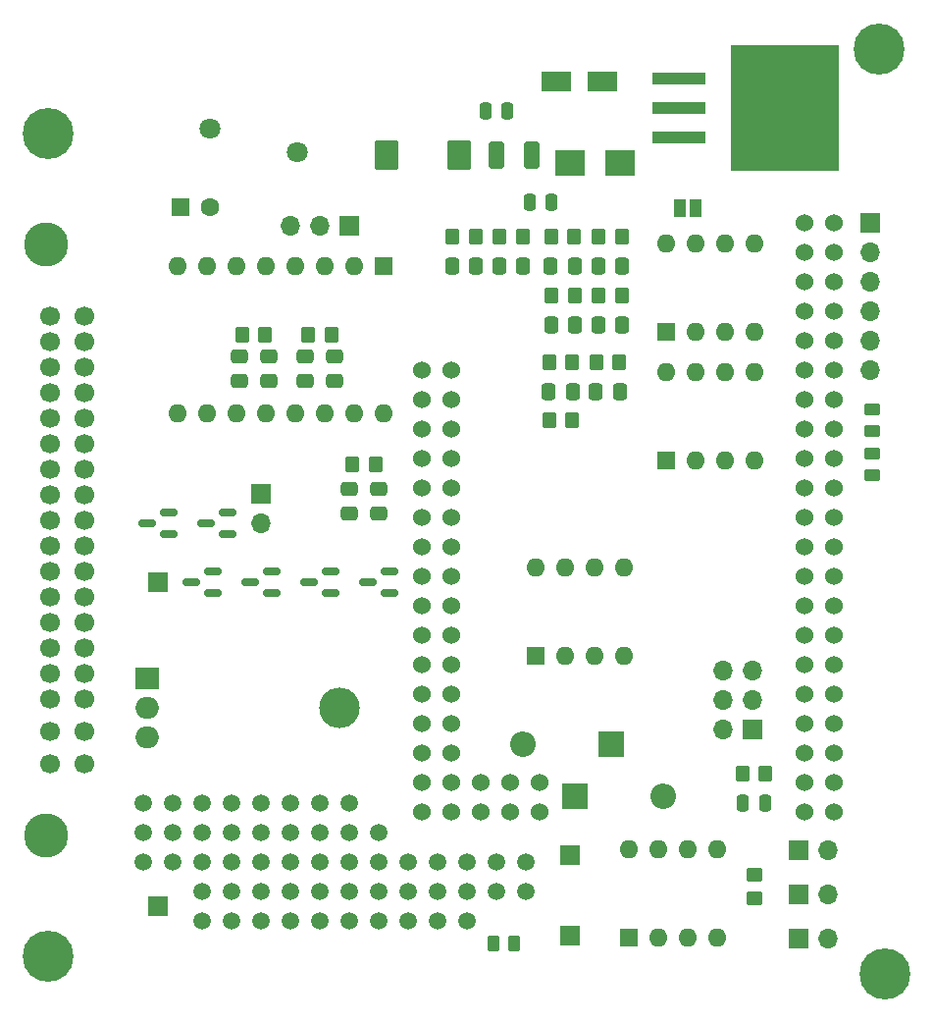
<source format=gts>
G04 #@! TF.GenerationSoftware,KiCad,Pcbnew,(6.0.1)*
G04 #@! TF.CreationDate,2022-02-06T00:08:44-05:00*
G04 #@! TF.ProjectId,klxecu,6b6c7865-6375-42e6-9b69-6361645f7063,rev?*
G04 #@! TF.SameCoordinates,Original*
G04 #@! TF.FileFunction,Soldermask,Top*
G04 #@! TF.FilePolarity,Negative*
%FSLAX46Y46*%
G04 Gerber Fmt 4.6, Leading zero omitted, Abs format (unit mm)*
G04 Created by KiCad (PCBNEW (6.0.1)) date 2022-02-06 00:08:44*
%MOMM*%
%LPD*%
G01*
G04 APERTURE LIST*
G04 Aperture macros list*
%AMRoundRect*
0 Rectangle with rounded corners*
0 $1 Rounding radius*
0 $2 $3 $4 $5 $6 $7 $8 $9 X,Y pos of 4 corners*
0 Add a 4 corners polygon primitive as box body*
4,1,4,$2,$3,$4,$5,$6,$7,$8,$9,$2,$3,0*
0 Add four circle primitives for the rounded corners*
1,1,$1+$1,$2,$3*
1,1,$1+$1,$4,$5*
1,1,$1+$1,$6,$7*
1,1,$1+$1,$8,$9*
0 Add four rect primitives between the rounded corners*
20,1,$1+$1,$2,$3,$4,$5,0*
20,1,$1+$1,$4,$5,$6,$7,0*
20,1,$1+$1,$6,$7,$8,$9,0*
20,1,$1+$1,$8,$9,$2,$3,0*%
G04 Aperture macros list end*
%ADD10C,4.400000*%
%ADD11C,1.500000*%
%ADD12R,1.700000X1.700000*%
%ADD13O,1.700000X1.700000*%
%ADD14O,3.500000X3.500000*%
%ADD15R,2.000000X1.905000*%
%ADD16O,2.000000X1.905000*%
%ADD17RoundRect,0.250000X-0.337500X-0.475000X0.337500X-0.475000X0.337500X0.475000X-0.337500X0.475000X0*%
%ADD18R,1.600000X1.600000*%
%ADD19O,1.600000X1.600000*%
%ADD20C,1.524000*%
%ADD21R,4.600000X1.100000*%
%ADD22R,9.400000X10.800000*%
%ADD23C,1.800000*%
%ADD24RoundRect,0.250000X-0.262500X-0.450000X0.262500X-0.450000X0.262500X0.450000X-0.262500X0.450000X0*%
%ADD25RoundRect,0.250000X-0.450000X0.350000X-0.450000X-0.350000X0.450000X-0.350000X0.450000X0.350000X0*%
%ADD26RoundRect,0.250000X-0.350000X-0.450000X0.350000X-0.450000X0.350000X0.450000X-0.350000X0.450000X0*%
%ADD27RoundRect,0.250000X0.350000X0.450000X-0.350000X0.450000X-0.350000X-0.450000X0.350000X-0.450000X0*%
%ADD28RoundRect,0.250000X0.450000X-0.262500X0.450000X0.262500X-0.450000X0.262500X-0.450000X-0.262500X0*%
%ADD29RoundRect,0.150000X0.587500X0.150000X-0.587500X0.150000X-0.587500X-0.150000X0.587500X-0.150000X0*%
%ADD30R,1.000000X1.500000*%
%ADD31O,2.200000X2.200000*%
%ADD32R,2.200000X2.200000*%
%ADD33R,2.500000X2.300000*%
%ADD34R,2.500000X1.800000*%
%ADD35C,1.600000*%
%ADD36RoundRect,0.250000X0.250000X0.475000X-0.250000X0.475000X-0.250000X-0.475000X0.250000X-0.475000X0*%
%ADD37RoundRect,0.250000X0.337500X0.475000X-0.337500X0.475000X-0.337500X-0.475000X0.337500X-0.475000X0*%
%ADD38RoundRect,0.250000X-0.475000X0.337500X-0.475000X-0.337500X0.475000X-0.337500X0.475000X0.337500X0*%
%ADD39RoundRect,0.250000X0.412500X0.925000X-0.412500X0.925000X-0.412500X-0.925000X0.412500X-0.925000X0*%
%ADD40RoundRect,0.250000X-0.250000X-0.475000X0.250000X-0.475000X0.250000X0.475000X-0.250000X0.475000X0*%
%ADD41RoundRect,0.250000X0.787500X1.025000X-0.787500X1.025000X-0.787500X-1.025000X0.787500X-1.025000X0*%
%ADD42C,3.800000*%
%ADD43C,1.700000*%
G04 APERTURE END LIST*
D10*
X101600000Y-36576000D03*
X102108000Y-116332000D03*
D11*
X50800000Y-101600000D03*
X48260000Y-101600000D03*
X45720000Y-101600000D03*
X38100000Y-101600000D03*
X40640000Y-101600000D03*
X71120000Y-109220000D03*
X71120000Y-106680000D03*
X68579523Y-109220000D03*
X68579523Y-106671449D03*
X66030973Y-111750973D03*
X66040000Y-109220000D03*
X66040000Y-106680000D03*
X63500000Y-111760000D03*
X63482423Y-109219999D03*
X63500000Y-106680000D03*
X60960000Y-111760000D03*
X60960000Y-109220000D03*
X60960000Y-106680000D03*
X58420000Y-111760000D03*
X58420000Y-109220000D03*
X55880000Y-111760000D03*
X55880000Y-109220000D03*
X53330259Y-111759285D03*
X53340000Y-109220000D03*
X50800000Y-111760000D03*
X50800000Y-109220000D03*
X48260000Y-111760000D03*
X48241947Y-109201947D03*
X45710973Y-109201947D03*
X45710973Y-111759285D03*
X43180000Y-111760000D03*
X43153635Y-109201947D03*
X58418571Y-104139999D03*
X58420000Y-106680000D03*
X55880000Y-106680000D03*
X53330259Y-106670973D03*
X50800000Y-106680000D03*
X48260000Y-106680000D03*
X45720000Y-106680000D03*
X43180000Y-106680000D03*
X40640000Y-106680000D03*
X38100000Y-106680000D03*
X38100000Y-104140000D03*
X40640000Y-104140000D03*
X43180000Y-104140000D03*
X45720000Y-104140000D03*
X48260000Y-104140000D03*
X50800000Y-104140000D03*
X53340000Y-104140000D03*
X55880000Y-104140000D03*
X55880000Y-101600000D03*
X53340000Y-101600000D03*
X43180000Y-101600000D03*
D12*
X39370000Y-110490000D03*
X74930000Y-113030000D03*
X74930000Y-106045000D03*
X94610000Y-109422500D03*
D13*
X97150000Y-109422500D03*
D12*
X94610000Y-113232500D03*
D13*
X97150000Y-113232500D03*
X97150000Y-105612500D03*
D12*
X94610000Y-105612500D03*
D14*
X55055000Y-93345000D03*
D15*
X38395000Y-90805000D03*
D16*
X38395000Y-93345000D03*
X38395000Y-95885000D03*
D17*
X64735000Y-55245000D03*
X66810000Y-55245000D03*
D18*
X58814022Y-55245000D03*
D19*
X56274022Y-55245000D03*
X53734022Y-55245000D03*
X51194022Y-55245000D03*
X48654022Y-55245000D03*
X46114022Y-55245000D03*
X43574022Y-55245000D03*
X41034022Y-55245000D03*
X41034022Y-67945000D03*
X43574022Y-67945000D03*
X46114022Y-67945000D03*
X48654022Y-67945000D03*
X51194022Y-67945000D03*
X53734022Y-67945000D03*
X56274022Y-67945000D03*
X58814022Y-67945000D03*
D18*
X80020000Y-113222500D03*
D19*
X82560000Y-113222500D03*
X85100000Y-113222500D03*
X87640000Y-113222500D03*
X87640000Y-105602500D03*
X85100000Y-105602500D03*
X82560000Y-105602500D03*
X80020000Y-105602500D03*
D20*
X95129511Y-51555489D03*
X97669511Y-51555489D03*
X97669511Y-64255489D03*
X95129511Y-64255489D03*
X97669511Y-61715489D03*
X97669511Y-54095489D03*
X95129511Y-54095489D03*
X72269511Y-99815489D03*
X72269511Y-102355489D03*
X69729511Y-99815489D03*
X69729511Y-102355489D03*
X67189511Y-99815489D03*
X67189511Y-102355489D03*
X64649511Y-102355489D03*
X62109511Y-102355489D03*
X64649511Y-99815489D03*
X62109511Y-99815489D03*
X64649511Y-97275489D03*
X62109511Y-97275489D03*
X64649511Y-94735489D03*
X62109511Y-94735489D03*
X64649511Y-92195489D03*
X62109511Y-92195489D03*
X64649511Y-89655489D03*
X62109511Y-89655489D03*
X64649511Y-87115489D03*
X62109511Y-87115489D03*
X64649511Y-84575489D03*
X62109511Y-84575489D03*
X97669511Y-102355489D03*
X95129511Y-102355489D03*
X97669511Y-99815489D03*
X95129511Y-99815489D03*
X97669511Y-97275489D03*
X95129511Y-97275489D03*
X97669511Y-94735489D03*
X95129511Y-94735489D03*
X97669511Y-92195489D03*
X95129511Y-92195489D03*
X97669511Y-89655489D03*
X95129511Y-89655489D03*
X97669511Y-87115489D03*
X95129511Y-87115489D03*
X97669511Y-84575489D03*
X95129511Y-84575489D03*
X97669511Y-82035489D03*
X95129511Y-82035489D03*
X97669511Y-79495489D03*
X95129511Y-79495489D03*
X97669511Y-76955489D03*
X95129511Y-76955489D03*
X97669511Y-74415489D03*
X95129511Y-74415489D03*
X97669511Y-71875489D03*
X95129511Y-71875489D03*
X97669511Y-69335489D03*
X95129511Y-69335489D03*
X97669511Y-66795489D03*
X95129511Y-66795489D03*
X95129511Y-61715489D03*
X64649511Y-82035489D03*
X62109511Y-82035489D03*
X64649511Y-79495489D03*
X62109511Y-79495489D03*
X64649511Y-76955489D03*
X62109511Y-76955489D03*
X64649511Y-74415489D03*
X62109511Y-74415489D03*
X64649511Y-71875489D03*
X62109511Y-71875489D03*
X64649511Y-69335489D03*
X62109511Y-69335489D03*
X64649511Y-66795489D03*
X62109511Y-66795489D03*
X64649511Y-64255489D03*
X62109511Y-64255489D03*
X95129511Y-56635489D03*
X97669511Y-56635489D03*
X95129511Y-59175489D03*
X97669511Y-59175489D03*
D21*
X84322000Y-39135000D03*
D22*
X93472000Y-41675000D03*
D21*
X84322000Y-41675000D03*
X84322000Y-44215000D03*
D23*
X51375000Y-45450000D03*
X43875000Y-43450000D03*
D24*
X68302500Y-113665000D03*
X70127500Y-113665000D03*
D25*
X90805000Y-109787500D03*
X90805000Y-107787500D03*
D26*
X89805000Y-99060000D03*
X91805000Y-99060000D03*
X79375000Y-52705000D03*
X77375000Y-52705000D03*
X56150000Y-72390000D03*
X58150000Y-72390000D03*
X52340000Y-61192500D03*
X54340000Y-61192500D03*
X75295000Y-52705000D03*
X73295000Y-52705000D03*
X70852500Y-52705000D03*
X68852500Y-52705000D03*
X66772500Y-52705000D03*
X64772500Y-52705000D03*
X77187500Y-63555000D03*
X79187500Y-63555000D03*
X46625000Y-61192500D03*
X48625000Y-61192500D03*
X79375000Y-57785000D03*
X77375000Y-57785000D03*
X73107500Y-63555000D03*
X75107500Y-63555000D03*
D27*
X75107500Y-68580000D03*
X73107500Y-68580000D03*
D26*
X73332500Y-57785000D03*
X75332500Y-57785000D03*
D28*
X100965000Y-73302500D03*
X100965000Y-71477500D03*
X100965000Y-69492500D03*
X100965000Y-67667500D03*
D29*
X40277500Y-78420000D03*
X40277500Y-76520000D03*
X38402500Y-77470000D03*
X44117500Y-83500000D03*
X44117500Y-81600000D03*
X42242500Y-82550000D03*
X52402500Y-82550000D03*
X54277500Y-81600000D03*
X54277500Y-83500000D03*
X43482500Y-77470000D03*
X45357500Y-76520000D03*
X45357500Y-78420000D03*
X49197500Y-83500000D03*
X49197500Y-81600000D03*
X47322500Y-82550000D03*
X57482500Y-82550000D03*
X59357500Y-81600000D03*
X59357500Y-83500000D03*
D30*
X84440000Y-50292000D03*
X85740000Y-50292000D03*
D12*
X48260000Y-74930000D03*
D13*
X48260000Y-77470000D03*
X50785000Y-51816000D03*
X53325000Y-51816000D03*
D12*
X55865000Y-51816000D03*
X39370000Y-82550000D03*
D19*
X71959511Y-81260489D03*
X74499511Y-81260489D03*
X77039511Y-81260489D03*
X79579511Y-81260489D03*
X79579511Y-88880489D03*
X77039511Y-88880489D03*
X74499511Y-88880489D03*
D18*
X71959511Y-88880489D03*
D19*
X83195000Y-53330000D03*
X85735000Y-53330000D03*
X88275000Y-53330000D03*
X90815000Y-53330000D03*
X90815000Y-60950000D03*
X88275000Y-60950000D03*
X85735000Y-60950000D03*
D18*
X83195000Y-60950000D03*
D12*
X100844511Y-51555489D03*
D13*
X100844511Y-54095489D03*
X100844511Y-56635489D03*
X100844511Y-59175489D03*
X100844511Y-61715489D03*
X100844511Y-64255489D03*
D12*
X90684511Y-95235000D03*
D13*
X88144511Y-95235000D03*
X90684511Y-92695000D03*
X88144511Y-92695000D03*
X90684511Y-90155000D03*
X88144511Y-90155000D03*
D18*
X83195000Y-72077500D03*
D19*
X85735000Y-72077500D03*
X88275000Y-72077500D03*
X90815000Y-72077500D03*
X90815000Y-64457500D03*
X88275000Y-64457500D03*
X85735000Y-64457500D03*
X83195000Y-64457500D03*
D31*
X82944022Y-100965000D03*
D32*
X75324022Y-100965000D03*
X78499022Y-96520000D03*
D31*
X70879022Y-96520000D03*
D33*
X79248000Y-46355000D03*
X74948000Y-46355000D03*
D34*
X73692000Y-39370000D03*
X77692000Y-39370000D03*
D35*
X43839887Y-50165000D03*
D18*
X41339887Y-50165000D03*
D36*
X91755000Y-101600000D03*
X89855000Y-101600000D03*
D37*
X79412500Y-55245000D03*
X77337500Y-55245000D03*
D38*
X58420000Y-74527500D03*
X58420000Y-76602500D03*
X54610000Y-63097500D03*
X54610000Y-65172500D03*
D17*
X73257500Y-55245000D03*
X75332500Y-55245000D03*
D38*
X55880000Y-74527500D03*
X55880000Y-76602500D03*
X52070000Y-63097500D03*
X52070000Y-65172500D03*
D37*
X68815000Y-55245000D03*
X70890000Y-55245000D03*
D17*
X77150000Y-66095000D03*
X79225000Y-66095000D03*
D38*
X48895000Y-63097500D03*
X48895000Y-65172500D03*
D37*
X79412500Y-60325000D03*
X77337500Y-60325000D03*
X75145000Y-66095000D03*
X73070000Y-66095000D03*
D38*
X46355000Y-63097500D03*
X46355000Y-65172500D03*
D17*
X75370000Y-60325000D03*
X73295000Y-60325000D03*
D39*
X71641500Y-45720000D03*
X68566500Y-45720000D03*
D36*
X73340000Y-49784000D03*
X71440000Y-49784000D03*
D40*
X67630000Y-41910000D03*
X69530000Y-41910000D03*
D41*
X65342500Y-45720000D03*
X59117500Y-45720000D03*
D42*
X29720000Y-104400000D03*
X29720000Y-53400000D03*
D43*
X33020000Y-59600000D03*
X33020000Y-61800000D03*
X33020000Y-64000000D03*
X33020000Y-66200000D03*
X33020000Y-68400000D03*
X33020000Y-70600000D03*
X33020000Y-72800000D03*
X33020000Y-75000000D03*
X33020000Y-77200000D03*
X33020000Y-79400000D03*
X33020000Y-81600000D03*
X33020000Y-83800000D03*
X33020000Y-86000000D03*
X33020000Y-88200000D03*
X33020000Y-90400000D03*
X33020000Y-92600000D03*
X33020000Y-95400000D03*
X33020000Y-98200000D03*
X30020000Y-59600000D03*
X30020000Y-61800000D03*
X30020000Y-64000000D03*
X30020000Y-66200000D03*
X30020000Y-68400000D03*
X30020000Y-70600000D03*
X30020000Y-72800000D03*
X30020000Y-75000000D03*
X30020000Y-77200000D03*
X30020000Y-79400000D03*
X30020000Y-81600000D03*
X30020000Y-83800000D03*
X30020000Y-86000000D03*
X30020000Y-88200000D03*
X30020000Y-90400000D03*
X30020000Y-92600000D03*
X30020000Y-95400000D03*
X30020000Y-98200000D03*
D10*
X29845000Y-43815000D03*
X29845000Y-114808000D03*
M02*

</source>
